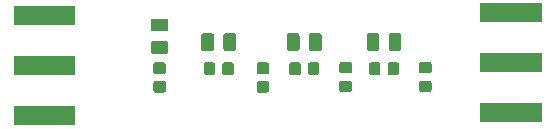
<source format=gts>
G04 #@! TF.GenerationSoftware,KiCad,Pcbnew,(5.1.4)-1*
G04 #@! TF.CreationDate,2019-12-12T20:41:28+01:00*
G04 #@! TF.ProjectId,30mhzLP,33306d68-7a4c-4502-9e6b-696361645f70,rev?*
G04 #@! TF.SameCoordinates,Original*
G04 #@! TF.FileFunction,Soldermask,Top*
G04 #@! TF.FilePolarity,Negative*
%FSLAX46Y46*%
G04 Gerber Fmt 4.6, Leading zero omitted, Abs format (unit mm)*
G04 Created by KiCad (PCBNEW (5.1.4)-1) date 2019-12-12 20:41:28*
%MOMM*%
%LPD*%
G04 APERTURE LIST*
%ADD10C,0.100000*%
G04 APERTURE END LIST*
D10*
G36*
X121341000Y-117551000D02*
G01*
X116159000Y-117551000D01*
X116159000Y-115949000D01*
X121341000Y-115949000D01*
X121341000Y-117551000D01*
X121341000Y-117551000D01*
G37*
G36*
X160841000Y-117301000D02*
G01*
X155659000Y-117301000D01*
X155659000Y-115699000D01*
X160841000Y-115699000D01*
X160841000Y-117301000D01*
X160841000Y-117301000D01*
G37*
G36*
X137629591Y-113803085D02*
G01*
X137663569Y-113813393D01*
X137694890Y-113830134D01*
X137722339Y-113852661D01*
X137744866Y-113880110D01*
X137761607Y-113911431D01*
X137771915Y-113945409D01*
X137776000Y-113986890D01*
X137776000Y-114588110D01*
X137771915Y-114629591D01*
X137761607Y-114663569D01*
X137744866Y-114694890D01*
X137722339Y-114722339D01*
X137694890Y-114744866D01*
X137663569Y-114761607D01*
X137629591Y-114771915D01*
X137588110Y-114776000D01*
X136911890Y-114776000D01*
X136870409Y-114771915D01*
X136836431Y-114761607D01*
X136805110Y-114744866D01*
X136777661Y-114722339D01*
X136755134Y-114694890D01*
X136738393Y-114663569D01*
X136728085Y-114629591D01*
X136724000Y-114588110D01*
X136724000Y-113986890D01*
X136728085Y-113945409D01*
X136738393Y-113911431D01*
X136755134Y-113880110D01*
X136777661Y-113852661D01*
X136805110Y-113830134D01*
X136836431Y-113813393D01*
X136870409Y-113803085D01*
X136911890Y-113799000D01*
X137588110Y-113799000D01*
X137629591Y-113803085D01*
X137629591Y-113803085D01*
G37*
G36*
X128879591Y-113803085D02*
G01*
X128913569Y-113813393D01*
X128944890Y-113830134D01*
X128972339Y-113852661D01*
X128994866Y-113880110D01*
X129011607Y-113911431D01*
X129021915Y-113945409D01*
X129026000Y-113986890D01*
X129026000Y-114588110D01*
X129021915Y-114629591D01*
X129011607Y-114663569D01*
X128994866Y-114694890D01*
X128972339Y-114722339D01*
X128944890Y-114744866D01*
X128913569Y-114761607D01*
X128879591Y-114771915D01*
X128838110Y-114776000D01*
X128161890Y-114776000D01*
X128120409Y-114771915D01*
X128086431Y-114761607D01*
X128055110Y-114744866D01*
X128027661Y-114722339D01*
X128005134Y-114694890D01*
X127988393Y-114663569D01*
X127978085Y-114629591D01*
X127974000Y-114588110D01*
X127974000Y-113986890D01*
X127978085Y-113945409D01*
X127988393Y-113911431D01*
X128005134Y-113880110D01*
X128027661Y-113852661D01*
X128055110Y-113830134D01*
X128086431Y-113813393D01*
X128120409Y-113803085D01*
X128161890Y-113799000D01*
X128838110Y-113799000D01*
X128879591Y-113803085D01*
X128879591Y-113803085D01*
G37*
G36*
X144629591Y-113765585D02*
G01*
X144663569Y-113775893D01*
X144694890Y-113792634D01*
X144722339Y-113815161D01*
X144744866Y-113842610D01*
X144761607Y-113873931D01*
X144771915Y-113907909D01*
X144776000Y-113949390D01*
X144776000Y-114550610D01*
X144771915Y-114592091D01*
X144761607Y-114626069D01*
X144744866Y-114657390D01*
X144722339Y-114684839D01*
X144694890Y-114707366D01*
X144663569Y-114724107D01*
X144629591Y-114734415D01*
X144588110Y-114738500D01*
X143911890Y-114738500D01*
X143870409Y-114734415D01*
X143836431Y-114724107D01*
X143805110Y-114707366D01*
X143777661Y-114684839D01*
X143755134Y-114657390D01*
X143738393Y-114626069D01*
X143728085Y-114592091D01*
X143724000Y-114550610D01*
X143724000Y-113949390D01*
X143728085Y-113907909D01*
X143738393Y-113873931D01*
X143755134Y-113842610D01*
X143777661Y-113815161D01*
X143805110Y-113792634D01*
X143836431Y-113775893D01*
X143870409Y-113765585D01*
X143911890Y-113761500D01*
X144588110Y-113761500D01*
X144629591Y-113765585D01*
X144629591Y-113765585D01*
G37*
G36*
X151379591Y-113765585D02*
G01*
X151413569Y-113775893D01*
X151444890Y-113792634D01*
X151472339Y-113815161D01*
X151494866Y-113842610D01*
X151511607Y-113873931D01*
X151521915Y-113907909D01*
X151526000Y-113949390D01*
X151526000Y-114550610D01*
X151521915Y-114592091D01*
X151511607Y-114626069D01*
X151494866Y-114657390D01*
X151472339Y-114684839D01*
X151444890Y-114707366D01*
X151413569Y-114724107D01*
X151379591Y-114734415D01*
X151338110Y-114738500D01*
X150661890Y-114738500D01*
X150620409Y-114734415D01*
X150586431Y-114724107D01*
X150555110Y-114707366D01*
X150527661Y-114684839D01*
X150505134Y-114657390D01*
X150488393Y-114626069D01*
X150478085Y-114592091D01*
X150474000Y-114550610D01*
X150474000Y-113949390D01*
X150478085Y-113907909D01*
X150488393Y-113873931D01*
X150505134Y-113842610D01*
X150527661Y-113815161D01*
X150555110Y-113792634D01*
X150586431Y-113775893D01*
X150620409Y-113765585D01*
X150661890Y-113761500D01*
X151338110Y-113761500D01*
X151379591Y-113765585D01*
X151379591Y-113765585D01*
G37*
G36*
X121341000Y-113301000D02*
G01*
X116159000Y-113301000D01*
X116159000Y-111699000D01*
X121341000Y-111699000D01*
X121341000Y-113301000D01*
X121341000Y-113301000D01*
G37*
G36*
X133054591Y-112228085D02*
G01*
X133088569Y-112238393D01*
X133119890Y-112255134D01*
X133147339Y-112277661D01*
X133169866Y-112305110D01*
X133186607Y-112336431D01*
X133196915Y-112370409D01*
X133201000Y-112411890D01*
X133201000Y-113088110D01*
X133196915Y-113129591D01*
X133186607Y-113163569D01*
X133169866Y-113194890D01*
X133147339Y-113222339D01*
X133119890Y-113244866D01*
X133088569Y-113261607D01*
X133054591Y-113271915D01*
X133013110Y-113276000D01*
X132411890Y-113276000D01*
X132370409Y-113271915D01*
X132336431Y-113261607D01*
X132305110Y-113244866D01*
X132277661Y-113222339D01*
X132255134Y-113194890D01*
X132238393Y-113163569D01*
X132228085Y-113129591D01*
X132224000Y-113088110D01*
X132224000Y-112411890D01*
X132228085Y-112370409D01*
X132238393Y-112336431D01*
X132255134Y-112305110D01*
X132277661Y-112277661D01*
X132305110Y-112255134D01*
X132336431Y-112238393D01*
X132370409Y-112228085D01*
X132411890Y-112224000D01*
X133013110Y-112224000D01*
X133054591Y-112228085D01*
X133054591Y-112228085D01*
G37*
G36*
X147054591Y-112228085D02*
G01*
X147088569Y-112238393D01*
X147119890Y-112255134D01*
X147147339Y-112277661D01*
X147169866Y-112305110D01*
X147186607Y-112336431D01*
X147196915Y-112370409D01*
X147201000Y-112411890D01*
X147201000Y-113088110D01*
X147196915Y-113129591D01*
X147186607Y-113163569D01*
X147169866Y-113194890D01*
X147147339Y-113222339D01*
X147119890Y-113244866D01*
X147088569Y-113261607D01*
X147054591Y-113271915D01*
X147013110Y-113276000D01*
X146411890Y-113276000D01*
X146370409Y-113271915D01*
X146336431Y-113261607D01*
X146305110Y-113244866D01*
X146277661Y-113222339D01*
X146255134Y-113194890D01*
X146238393Y-113163569D01*
X146228085Y-113129591D01*
X146224000Y-113088110D01*
X146224000Y-112411890D01*
X146228085Y-112370409D01*
X146238393Y-112336431D01*
X146255134Y-112305110D01*
X146277661Y-112277661D01*
X146305110Y-112255134D01*
X146336431Y-112238393D01*
X146370409Y-112228085D01*
X146411890Y-112224000D01*
X147013110Y-112224000D01*
X147054591Y-112228085D01*
X147054591Y-112228085D01*
G37*
G36*
X148629591Y-112228085D02*
G01*
X148663569Y-112238393D01*
X148694890Y-112255134D01*
X148722339Y-112277661D01*
X148744866Y-112305110D01*
X148761607Y-112336431D01*
X148771915Y-112370409D01*
X148776000Y-112411890D01*
X148776000Y-113088110D01*
X148771915Y-113129591D01*
X148761607Y-113163569D01*
X148744866Y-113194890D01*
X148722339Y-113222339D01*
X148694890Y-113244866D01*
X148663569Y-113261607D01*
X148629591Y-113271915D01*
X148588110Y-113276000D01*
X147986890Y-113276000D01*
X147945409Y-113271915D01*
X147911431Y-113261607D01*
X147880110Y-113244866D01*
X147852661Y-113222339D01*
X147830134Y-113194890D01*
X147813393Y-113163569D01*
X147803085Y-113129591D01*
X147799000Y-113088110D01*
X147799000Y-112411890D01*
X147803085Y-112370409D01*
X147813393Y-112336431D01*
X147830134Y-112305110D01*
X147852661Y-112277661D01*
X147880110Y-112255134D01*
X147911431Y-112238393D01*
X147945409Y-112228085D01*
X147986890Y-112224000D01*
X148588110Y-112224000D01*
X148629591Y-112228085D01*
X148629591Y-112228085D01*
G37*
G36*
X140304591Y-112228085D02*
G01*
X140338569Y-112238393D01*
X140369890Y-112255134D01*
X140397339Y-112277661D01*
X140419866Y-112305110D01*
X140436607Y-112336431D01*
X140446915Y-112370409D01*
X140451000Y-112411890D01*
X140451000Y-113088110D01*
X140446915Y-113129591D01*
X140436607Y-113163569D01*
X140419866Y-113194890D01*
X140397339Y-113222339D01*
X140369890Y-113244866D01*
X140338569Y-113261607D01*
X140304591Y-113271915D01*
X140263110Y-113276000D01*
X139661890Y-113276000D01*
X139620409Y-113271915D01*
X139586431Y-113261607D01*
X139555110Y-113244866D01*
X139527661Y-113222339D01*
X139505134Y-113194890D01*
X139488393Y-113163569D01*
X139478085Y-113129591D01*
X139474000Y-113088110D01*
X139474000Y-112411890D01*
X139478085Y-112370409D01*
X139488393Y-112336431D01*
X139505134Y-112305110D01*
X139527661Y-112277661D01*
X139555110Y-112255134D01*
X139586431Y-112238393D01*
X139620409Y-112228085D01*
X139661890Y-112224000D01*
X140263110Y-112224000D01*
X140304591Y-112228085D01*
X140304591Y-112228085D01*
G37*
G36*
X141879591Y-112228085D02*
G01*
X141913569Y-112238393D01*
X141944890Y-112255134D01*
X141972339Y-112277661D01*
X141994866Y-112305110D01*
X142011607Y-112336431D01*
X142021915Y-112370409D01*
X142026000Y-112411890D01*
X142026000Y-113088110D01*
X142021915Y-113129591D01*
X142011607Y-113163569D01*
X141994866Y-113194890D01*
X141972339Y-113222339D01*
X141944890Y-113244866D01*
X141913569Y-113261607D01*
X141879591Y-113271915D01*
X141838110Y-113276000D01*
X141236890Y-113276000D01*
X141195409Y-113271915D01*
X141161431Y-113261607D01*
X141130110Y-113244866D01*
X141102661Y-113222339D01*
X141080134Y-113194890D01*
X141063393Y-113163569D01*
X141053085Y-113129591D01*
X141049000Y-113088110D01*
X141049000Y-112411890D01*
X141053085Y-112370409D01*
X141063393Y-112336431D01*
X141080134Y-112305110D01*
X141102661Y-112277661D01*
X141130110Y-112255134D01*
X141161431Y-112238393D01*
X141195409Y-112228085D01*
X141236890Y-112224000D01*
X141838110Y-112224000D01*
X141879591Y-112228085D01*
X141879591Y-112228085D01*
G37*
G36*
X134629591Y-112228085D02*
G01*
X134663569Y-112238393D01*
X134694890Y-112255134D01*
X134722339Y-112277661D01*
X134744866Y-112305110D01*
X134761607Y-112336431D01*
X134771915Y-112370409D01*
X134776000Y-112411890D01*
X134776000Y-113088110D01*
X134771915Y-113129591D01*
X134761607Y-113163569D01*
X134744866Y-113194890D01*
X134722339Y-113222339D01*
X134694890Y-113244866D01*
X134663569Y-113261607D01*
X134629591Y-113271915D01*
X134588110Y-113276000D01*
X133986890Y-113276000D01*
X133945409Y-113271915D01*
X133911431Y-113261607D01*
X133880110Y-113244866D01*
X133852661Y-113222339D01*
X133830134Y-113194890D01*
X133813393Y-113163569D01*
X133803085Y-113129591D01*
X133799000Y-113088110D01*
X133799000Y-112411890D01*
X133803085Y-112370409D01*
X133813393Y-112336431D01*
X133830134Y-112305110D01*
X133852661Y-112277661D01*
X133880110Y-112255134D01*
X133911431Y-112238393D01*
X133945409Y-112228085D01*
X133986890Y-112224000D01*
X134588110Y-112224000D01*
X134629591Y-112228085D01*
X134629591Y-112228085D01*
G37*
G36*
X128879591Y-112228085D02*
G01*
X128913569Y-112238393D01*
X128944890Y-112255134D01*
X128972339Y-112277661D01*
X128994866Y-112305110D01*
X129011607Y-112336431D01*
X129021915Y-112370409D01*
X129026000Y-112411890D01*
X129026000Y-113013110D01*
X129021915Y-113054591D01*
X129011607Y-113088569D01*
X128994866Y-113119890D01*
X128972339Y-113147339D01*
X128944890Y-113169866D01*
X128913569Y-113186607D01*
X128879591Y-113196915D01*
X128838110Y-113201000D01*
X128161890Y-113201000D01*
X128120409Y-113196915D01*
X128086431Y-113186607D01*
X128055110Y-113169866D01*
X128027661Y-113147339D01*
X128005134Y-113119890D01*
X127988393Y-113088569D01*
X127978085Y-113054591D01*
X127974000Y-113013110D01*
X127974000Y-112411890D01*
X127978085Y-112370409D01*
X127988393Y-112336431D01*
X128005134Y-112305110D01*
X128027661Y-112277661D01*
X128055110Y-112255134D01*
X128086431Y-112238393D01*
X128120409Y-112228085D01*
X128161890Y-112224000D01*
X128838110Y-112224000D01*
X128879591Y-112228085D01*
X128879591Y-112228085D01*
G37*
G36*
X137629591Y-112228085D02*
G01*
X137663569Y-112238393D01*
X137694890Y-112255134D01*
X137722339Y-112277661D01*
X137744866Y-112305110D01*
X137761607Y-112336431D01*
X137771915Y-112370409D01*
X137776000Y-112411890D01*
X137776000Y-113013110D01*
X137771915Y-113054591D01*
X137761607Y-113088569D01*
X137744866Y-113119890D01*
X137722339Y-113147339D01*
X137694890Y-113169866D01*
X137663569Y-113186607D01*
X137629591Y-113196915D01*
X137588110Y-113201000D01*
X136911890Y-113201000D01*
X136870409Y-113196915D01*
X136836431Y-113186607D01*
X136805110Y-113169866D01*
X136777661Y-113147339D01*
X136755134Y-113119890D01*
X136738393Y-113088569D01*
X136728085Y-113054591D01*
X136724000Y-113013110D01*
X136724000Y-112411890D01*
X136728085Y-112370409D01*
X136738393Y-112336431D01*
X136755134Y-112305110D01*
X136777661Y-112277661D01*
X136805110Y-112255134D01*
X136836431Y-112238393D01*
X136870409Y-112228085D01*
X136911890Y-112224000D01*
X137588110Y-112224000D01*
X137629591Y-112228085D01*
X137629591Y-112228085D01*
G37*
G36*
X151379591Y-112190585D02*
G01*
X151413569Y-112200893D01*
X151444890Y-112217634D01*
X151472339Y-112240161D01*
X151494866Y-112267610D01*
X151511607Y-112298931D01*
X151521915Y-112332909D01*
X151526000Y-112374390D01*
X151526000Y-112975610D01*
X151521915Y-113017091D01*
X151511607Y-113051069D01*
X151494866Y-113082390D01*
X151472339Y-113109839D01*
X151444890Y-113132366D01*
X151413569Y-113149107D01*
X151379591Y-113159415D01*
X151338110Y-113163500D01*
X150661890Y-113163500D01*
X150620409Y-113159415D01*
X150586431Y-113149107D01*
X150555110Y-113132366D01*
X150527661Y-113109839D01*
X150505134Y-113082390D01*
X150488393Y-113051069D01*
X150478085Y-113017091D01*
X150474000Y-112975610D01*
X150474000Y-112374390D01*
X150478085Y-112332909D01*
X150488393Y-112298931D01*
X150505134Y-112267610D01*
X150527661Y-112240161D01*
X150555110Y-112217634D01*
X150586431Y-112200893D01*
X150620409Y-112190585D01*
X150661890Y-112186500D01*
X151338110Y-112186500D01*
X151379591Y-112190585D01*
X151379591Y-112190585D01*
G37*
G36*
X144629591Y-112190585D02*
G01*
X144663569Y-112200893D01*
X144694890Y-112217634D01*
X144722339Y-112240161D01*
X144744866Y-112267610D01*
X144761607Y-112298931D01*
X144771915Y-112332909D01*
X144776000Y-112374390D01*
X144776000Y-112975610D01*
X144771915Y-113017091D01*
X144761607Y-113051069D01*
X144744866Y-113082390D01*
X144722339Y-113109839D01*
X144694890Y-113132366D01*
X144663569Y-113149107D01*
X144629591Y-113159415D01*
X144588110Y-113163500D01*
X143911890Y-113163500D01*
X143870409Y-113159415D01*
X143836431Y-113149107D01*
X143805110Y-113132366D01*
X143777661Y-113109839D01*
X143755134Y-113082390D01*
X143738393Y-113051069D01*
X143728085Y-113017091D01*
X143724000Y-112975610D01*
X143724000Y-112374390D01*
X143728085Y-112332909D01*
X143738393Y-112298931D01*
X143755134Y-112267610D01*
X143777661Y-112240161D01*
X143805110Y-112217634D01*
X143836431Y-112200893D01*
X143870409Y-112190585D01*
X143911890Y-112186500D01*
X144588110Y-112186500D01*
X144629591Y-112190585D01*
X144629591Y-112190585D01*
G37*
G36*
X160841000Y-113051000D02*
G01*
X155659000Y-113051000D01*
X155659000Y-111449000D01*
X160841000Y-111449000D01*
X160841000Y-113051000D01*
X160841000Y-113051000D01*
G37*
G36*
X129084468Y-110403565D02*
G01*
X129123138Y-110415296D01*
X129158777Y-110434346D01*
X129190017Y-110459983D01*
X129215654Y-110491223D01*
X129234704Y-110526862D01*
X129246435Y-110565532D01*
X129251000Y-110611888D01*
X129251000Y-111263112D01*
X129246435Y-111309468D01*
X129234704Y-111348138D01*
X129215654Y-111383777D01*
X129190017Y-111415017D01*
X129158777Y-111440654D01*
X129123138Y-111459704D01*
X129084468Y-111471435D01*
X129038112Y-111476000D01*
X127961888Y-111476000D01*
X127915532Y-111471435D01*
X127876862Y-111459704D01*
X127841223Y-111440654D01*
X127809983Y-111415017D01*
X127784346Y-111383777D01*
X127765296Y-111348138D01*
X127753565Y-111309468D01*
X127749000Y-111263112D01*
X127749000Y-110611888D01*
X127753565Y-110565532D01*
X127765296Y-110526862D01*
X127784346Y-110491223D01*
X127809983Y-110459983D01*
X127841223Y-110434346D01*
X127876862Y-110415296D01*
X127915532Y-110403565D01*
X127961888Y-110399000D01*
X129038112Y-110399000D01*
X129084468Y-110403565D01*
X129084468Y-110403565D01*
G37*
G36*
X148809468Y-109753565D02*
G01*
X148848138Y-109765296D01*
X148883777Y-109784346D01*
X148915017Y-109809983D01*
X148940654Y-109841223D01*
X148959704Y-109876862D01*
X148971435Y-109915532D01*
X148976000Y-109961888D01*
X148976000Y-111038112D01*
X148971435Y-111084468D01*
X148959704Y-111123138D01*
X148940654Y-111158777D01*
X148915017Y-111190017D01*
X148883777Y-111215654D01*
X148848138Y-111234704D01*
X148809468Y-111246435D01*
X148763112Y-111251000D01*
X148111888Y-111251000D01*
X148065532Y-111246435D01*
X148026862Y-111234704D01*
X147991223Y-111215654D01*
X147959983Y-111190017D01*
X147934346Y-111158777D01*
X147915296Y-111123138D01*
X147903565Y-111084468D01*
X147899000Y-111038112D01*
X147899000Y-109961888D01*
X147903565Y-109915532D01*
X147915296Y-109876862D01*
X147934346Y-109841223D01*
X147959983Y-109809983D01*
X147991223Y-109784346D01*
X148026862Y-109765296D01*
X148065532Y-109753565D01*
X148111888Y-109749000D01*
X148763112Y-109749000D01*
X148809468Y-109753565D01*
X148809468Y-109753565D01*
G37*
G36*
X146934468Y-109753565D02*
G01*
X146973138Y-109765296D01*
X147008777Y-109784346D01*
X147040017Y-109809983D01*
X147065654Y-109841223D01*
X147084704Y-109876862D01*
X147096435Y-109915532D01*
X147101000Y-109961888D01*
X147101000Y-111038112D01*
X147096435Y-111084468D01*
X147084704Y-111123138D01*
X147065654Y-111158777D01*
X147040017Y-111190017D01*
X147008777Y-111215654D01*
X146973138Y-111234704D01*
X146934468Y-111246435D01*
X146888112Y-111251000D01*
X146236888Y-111251000D01*
X146190532Y-111246435D01*
X146151862Y-111234704D01*
X146116223Y-111215654D01*
X146084983Y-111190017D01*
X146059346Y-111158777D01*
X146040296Y-111123138D01*
X146028565Y-111084468D01*
X146024000Y-111038112D01*
X146024000Y-109961888D01*
X146028565Y-109915532D01*
X146040296Y-109876862D01*
X146059346Y-109841223D01*
X146084983Y-109809983D01*
X146116223Y-109784346D01*
X146151862Y-109765296D01*
X146190532Y-109753565D01*
X146236888Y-109749000D01*
X146888112Y-109749000D01*
X146934468Y-109753565D01*
X146934468Y-109753565D01*
G37*
G36*
X142059468Y-109753565D02*
G01*
X142098138Y-109765296D01*
X142133777Y-109784346D01*
X142165017Y-109809983D01*
X142190654Y-109841223D01*
X142209704Y-109876862D01*
X142221435Y-109915532D01*
X142226000Y-109961888D01*
X142226000Y-111038112D01*
X142221435Y-111084468D01*
X142209704Y-111123138D01*
X142190654Y-111158777D01*
X142165017Y-111190017D01*
X142133777Y-111215654D01*
X142098138Y-111234704D01*
X142059468Y-111246435D01*
X142013112Y-111251000D01*
X141361888Y-111251000D01*
X141315532Y-111246435D01*
X141276862Y-111234704D01*
X141241223Y-111215654D01*
X141209983Y-111190017D01*
X141184346Y-111158777D01*
X141165296Y-111123138D01*
X141153565Y-111084468D01*
X141149000Y-111038112D01*
X141149000Y-109961888D01*
X141153565Y-109915532D01*
X141165296Y-109876862D01*
X141184346Y-109841223D01*
X141209983Y-109809983D01*
X141241223Y-109784346D01*
X141276862Y-109765296D01*
X141315532Y-109753565D01*
X141361888Y-109749000D01*
X142013112Y-109749000D01*
X142059468Y-109753565D01*
X142059468Y-109753565D01*
G37*
G36*
X132934468Y-109753565D02*
G01*
X132973138Y-109765296D01*
X133008777Y-109784346D01*
X133040017Y-109809983D01*
X133065654Y-109841223D01*
X133084704Y-109876862D01*
X133096435Y-109915532D01*
X133101000Y-109961888D01*
X133101000Y-111038112D01*
X133096435Y-111084468D01*
X133084704Y-111123138D01*
X133065654Y-111158777D01*
X133040017Y-111190017D01*
X133008777Y-111215654D01*
X132973138Y-111234704D01*
X132934468Y-111246435D01*
X132888112Y-111251000D01*
X132236888Y-111251000D01*
X132190532Y-111246435D01*
X132151862Y-111234704D01*
X132116223Y-111215654D01*
X132084983Y-111190017D01*
X132059346Y-111158777D01*
X132040296Y-111123138D01*
X132028565Y-111084468D01*
X132024000Y-111038112D01*
X132024000Y-109961888D01*
X132028565Y-109915532D01*
X132040296Y-109876862D01*
X132059346Y-109841223D01*
X132084983Y-109809983D01*
X132116223Y-109784346D01*
X132151862Y-109765296D01*
X132190532Y-109753565D01*
X132236888Y-109749000D01*
X132888112Y-109749000D01*
X132934468Y-109753565D01*
X132934468Y-109753565D01*
G37*
G36*
X140184468Y-109753565D02*
G01*
X140223138Y-109765296D01*
X140258777Y-109784346D01*
X140290017Y-109809983D01*
X140315654Y-109841223D01*
X140334704Y-109876862D01*
X140346435Y-109915532D01*
X140351000Y-109961888D01*
X140351000Y-111038112D01*
X140346435Y-111084468D01*
X140334704Y-111123138D01*
X140315654Y-111158777D01*
X140290017Y-111190017D01*
X140258777Y-111215654D01*
X140223138Y-111234704D01*
X140184468Y-111246435D01*
X140138112Y-111251000D01*
X139486888Y-111251000D01*
X139440532Y-111246435D01*
X139401862Y-111234704D01*
X139366223Y-111215654D01*
X139334983Y-111190017D01*
X139309346Y-111158777D01*
X139290296Y-111123138D01*
X139278565Y-111084468D01*
X139274000Y-111038112D01*
X139274000Y-109961888D01*
X139278565Y-109915532D01*
X139290296Y-109876862D01*
X139309346Y-109841223D01*
X139334983Y-109809983D01*
X139366223Y-109784346D01*
X139401862Y-109765296D01*
X139440532Y-109753565D01*
X139486888Y-109749000D01*
X140138112Y-109749000D01*
X140184468Y-109753565D01*
X140184468Y-109753565D01*
G37*
G36*
X134809468Y-109753565D02*
G01*
X134848138Y-109765296D01*
X134883777Y-109784346D01*
X134915017Y-109809983D01*
X134940654Y-109841223D01*
X134959704Y-109876862D01*
X134971435Y-109915532D01*
X134976000Y-109961888D01*
X134976000Y-111038112D01*
X134971435Y-111084468D01*
X134959704Y-111123138D01*
X134940654Y-111158777D01*
X134915017Y-111190017D01*
X134883777Y-111215654D01*
X134848138Y-111234704D01*
X134809468Y-111246435D01*
X134763112Y-111251000D01*
X134111888Y-111251000D01*
X134065532Y-111246435D01*
X134026862Y-111234704D01*
X133991223Y-111215654D01*
X133959983Y-111190017D01*
X133934346Y-111158777D01*
X133915296Y-111123138D01*
X133903565Y-111084468D01*
X133899000Y-111038112D01*
X133899000Y-109961888D01*
X133903565Y-109915532D01*
X133915296Y-109876862D01*
X133934346Y-109841223D01*
X133959983Y-109809983D01*
X133991223Y-109784346D01*
X134026862Y-109765296D01*
X134065532Y-109753565D01*
X134111888Y-109749000D01*
X134763112Y-109749000D01*
X134809468Y-109753565D01*
X134809468Y-109753565D01*
G37*
G36*
X129084468Y-108528565D02*
G01*
X129123138Y-108540296D01*
X129158777Y-108559346D01*
X129190017Y-108584983D01*
X129215654Y-108616223D01*
X129234704Y-108651862D01*
X129246435Y-108690532D01*
X129251000Y-108736888D01*
X129251000Y-109388112D01*
X129246435Y-109434468D01*
X129234704Y-109473138D01*
X129215654Y-109508777D01*
X129190017Y-109540017D01*
X129158777Y-109565654D01*
X129123138Y-109584704D01*
X129084468Y-109596435D01*
X129038112Y-109601000D01*
X127961888Y-109601000D01*
X127915532Y-109596435D01*
X127876862Y-109584704D01*
X127841223Y-109565654D01*
X127809983Y-109540017D01*
X127784346Y-109508777D01*
X127765296Y-109473138D01*
X127753565Y-109434468D01*
X127749000Y-109388112D01*
X127749000Y-108736888D01*
X127753565Y-108690532D01*
X127765296Y-108651862D01*
X127784346Y-108616223D01*
X127809983Y-108584983D01*
X127841223Y-108559346D01*
X127876862Y-108540296D01*
X127915532Y-108528565D01*
X127961888Y-108524000D01*
X129038112Y-108524000D01*
X129084468Y-108528565D01*
X129084468Y-108528565D01*
G37*
G36*
X121341000Y-109051000D02*
G01*
X116159000Y-109051000D01*
X116159000Y-107449000D01*
X121341000Y-107449000D01*
X121341000Y-109051000D01*
X121341000Y-109051000D01*
G37*
G36*
X160841000Y-108801000D02*
G01*
X155659000Y-108801000D01*
X155659000Y-107199000D01*
X160841000Y-107199000D01*
X160841000Y-108801000D01*
X160841000Y-108801000D01*
G37*
M02*

</source>
